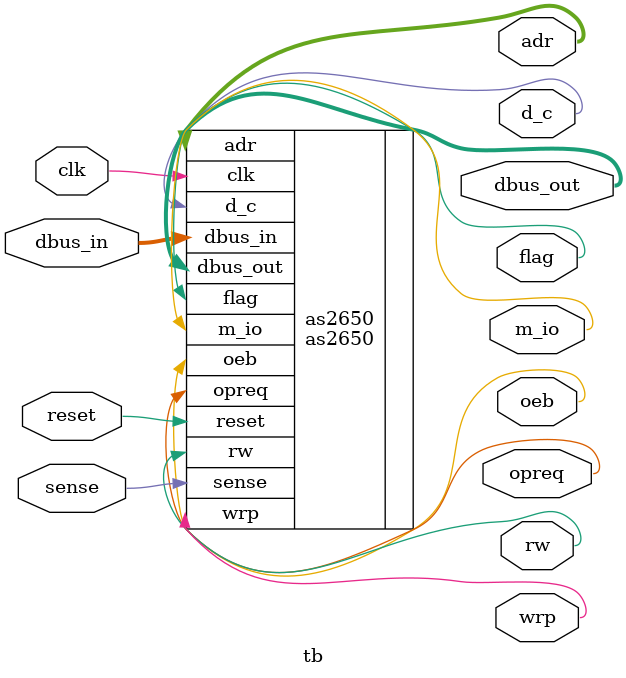
<source format=v>
`default_nettype none
`timescale 1ns/1ps

module tb (
	input reset,
	input clk,
	input sense,

	output [12:0] adr,
	output rw,
	output opreq,
	output m_io,
	output d_c,
	output flag,
	output wrp,

	input [7:0] dbus_in,
	output [7:0] dbus_out,
	output oeb
	);
	
	initial begin
		$dumpfile ("tb.vcd");
		$dumpvars (0, tb);
		#1;
	end

	as2650 as2650 (
		.reset(reset),
		.clk(clk),
		.sense(sense),
		.adr(adr),
		.rw(rw),
		.opreq(opreq),
		.m_io(m_io),
		.d_c(d_c),
		.flag(flag),
		.dbus_in(dbus_in),
		.dbus_out(dbus_out),
		.oeb(oeb),
		.wrp(wrp)
	);
endmodule

</source>
